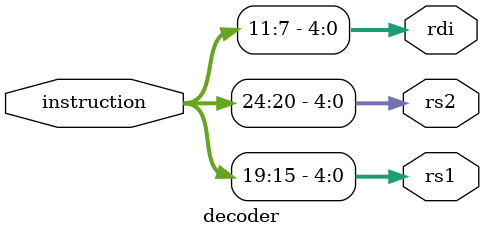
<source format=v>
module decoder(
    input [31:0] instruction,
    output [4:0] rs1, rs2, rdi
);
    assign rs1 = instruction[19:15];
    assign rs2 = instruction[24:20];
    assign rdi = instruction[11:7];
endmodule
</source>
